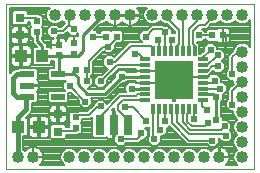
<source format=gtl>
G75*
G70*
%OFA0B0*%
%FSLAX24Y24*%
%IPPOS*%
%LPD*%
%AMOC8*
5,1,8,0,0,1.08239X$1,22.5*
%
%ADD10C,0.0000*%
%ADD11R,0.0320X0.0120*%
%ADD12R,0.0120X0.0320*%
%ADD13R,0.1280X0.1280*%
%ADD14R,0.0197X0.0236*%
%ADD15R,0.0236X0.0197*%
%ADD16R,0.0472X0.0217*%
%ADD17R,0.0413X0.0425*%
%ADD18R,0.0276X0.0669*%
%ADD19R,0.0315X0.0315*%
%ADD20C,0.0400*%
%ADD21C,0.0100*%
%ADD22C,0.0160*%
%ADD23C,0.0120*%
%ADD24C,0.0240*%
%ADD25C,0.0080*%
%ADD26C,0.0060*%
D10*
X000383Y000420D02*
X000383Y005931D01*
X008650Y005931D01*
X008650Y000420D01*
X000383Y000420D01*
D11*
X005003Y002702D03*
X005003Y002902D03*
X005003Y003092D03*
X005003Y003292D03*
X005003Y003492D03*
X005003Y003692D03*
X005003Y003882D03*
X005003Y004082D03*
X006943Y004082D03*
X006943Y003882D03*
X006943Y003692D03*
X006943Y003492D03*
X006943Y003292D03*
X006943Y003092D03*
X006943Y002902D03*
X006943Y002702D03*
D12*
X006663Y002422D03*
X006463Y002422D03*
X006273Y002422D03*
X006073Y002422D03*
X005873Y002422D03*
X005673Y002422D03*
X005483Y002422D03*
X005283Y002422D03*
X005283Y004362D03*
X005483Y004362D03*
X005673Y004362D03*
X005873Y004362D03*
X006073Y004362D03*
X006273Y004362D03*
X006463Y004362D03*
X006663Y004362D03*
D13*
X005973Y003392D03*
D14*
X004064Y004829D03*
X003709Y004829D03*
X003080Y003727D03*
X002725Y003727D03*
X007253Y004868D03*
X007607Y004868D03*
D15*
X002646Y004613D03*
X002646Y004258D03*
X002135Y004199D03*
X002135Y004553D03*
X001406Y004987D03*
X001406Y005341D03*
X002706Y002132D03*
X002706Y001778D03*
D16*
X002115Y002821D03*
X001091Y002821D03*
X001091Y003195D03*
X001091Y003569D03*
X002115Y003569D03*
D17*
X001574Y004179D03*
X000885Y004179D03*
X000786Y001817D03*
X001475Y001817D03*
D18*
X003493Y001896D03*
X003965Y001896D03*
X004438Y001896D03*
D19*
X002115Y001660D03*
X002115Y002250D03*
X000835Y004868D03*
X000835Y005459D03*
D20*
X002007Y005538D03*
X002507Y005538D03*
X003007Y005538D03*
X003507Y005538D03*
X004007Y005538D03*
X004507Y005538D03*
X005257Y005538D03*
X005757Y005538D03*
X006257Y005538D03*
X006757Y005538D03*
X007257Y005538D03*
X007757Y005538D03*
X008257Y005538D03*
X008257Y004313D03*
X008257Y003813D03*
X008257Y003313D03*
X008257Y002813D03*
X008257Y002313D03*
X008257Y001813D03*
X008257Y001313D03*
X008257Y000813D03*
X007489Y000813D03*
X006989Y000813D03*
X006489Y000813D03*
X005989Y000813D03*
X005489Y000813D03*
X004989Y000813D03*
X004489Y000813D03*
X003989Y000813D03*
X003489Y000813D03*
X002989Y000813D03*
X002489Y000813D03*
X001282Y000813D03*
X000782Y000813D03*
D21*
X003080Y002920D02*
X002765Y003235D01*
X002765Y003471D01*
X002646Y003589D01*
X002646Y003589D01*
X002135Y003589D01*
X002135Y004101D01*
X002135Y004199D01*
X002135Y004179D01*
X002194Y004179D01*
X002587Y004179D01*
X002646Y004258D01*
X002607Y004179D01*
X002765Y004179D01*
X002942Y004357D01*
X002942Y004888D01*
X003493Y005439D01*
X003493Y005538D01*
X003507Y005538D01*
X001583Y004514D02*
X001583Y004199D01*
X001574Y004179D01*
X001662Y004179D01*
X002135Y004179D01*
X002587Y004179D02*
X002607Y004179D01*
X001583Y004514D02*
X001426Y004672D01*
X001426Y004908D01*
X001406Y004928D01*
X001406Y004987D01*
X003670Y002920D02*
X004241Y003490D01*
X004989Y003490D01*
X005003Y003492D01*
X005028Y003097D02*
X004576Y003097D01*
X005003Y003092D02*
X005028Y003097D01*
X003670Y002920D02*
X003080Y002920D01*
X006879Y002900D02*
X007292Y002900D01*
X007391Y002802D01*
X007391Y002034D01*
D22*
X002194Y004179D02*
X002135Y004199D01*
X002135Y003589D02*
X002115Y003569D01*
X001091Y003569D02*
X000737Y003569D01*
X000619Y003451D01*
X000619Y002939D01*
X000737Y002821D01*
X001091Y002821D01*
X001052Y002782D01*
X001052Y002408D01*
X000786Y002142D01*
X000786Y001817D01*
X000776Y001798D01*
X000776Y000813D01*
X000782Y000813D01*
D23*
X002646Y003589D02*
X002646Y003648D01*
X002725Y003727D01*
X002646Y003589D01*
X006879Y002900D02*
X006943Y002902D01*
D24*
X007391Y002802D03*
X007509Y003097D03*
X007332Y003353D03*
X007922Y003569D03*
X007450Y003845D03*
X007450Y004199D03*
X007194Y004396D03*
X006820Y004868D03*
X005914Y004731D03*
X005678Y004967D03*
X005442Y004731D03*
X005028Y004829D03*
X004674Y004258D03*
X003828Y003983D03*
X004241Y003490D03*
X004576Y003097D03*
X003532Y003333D03*
X003060Y003333D03*
X002509Y003176D03*
X003020Y002664D03*
X003532Y002506D03*
X004359Y002467D03*
X005048Y002014D03*
X005520Y001719D03*
X005678Y002014D03*
X004891Y001601D03*
X005324Y001404D03*
X004202Y001404D03*
X006643Y002093D03*
X007095Y001935D03*
X007391Y002034D03*
X007666Y001837D03*
X007706Y001522D03*
X007253Y001365D03*
X007076Y002368D03*
X007922Y002565D03*
X003788Y004494D03*
X003276Y004829D03*
X002627Y005085D03*
X001977Y005006D03*
D25*
X001757Y004973D02*
X001624Y004973D01*
X001624Y004894D02*
X001778Y004894D01*
X001757Y004915D02*
X001886Y004786D01*
X001977Y004786D01*
X001962Y004782D01*
X001931Y004764D01*
X001905Y004738D01*
X001886Y004706D01*
X001877Y004670D01*
X001877Y004563D01*
X002125Y004563D01*
X002125Y004544D01*
X001877Y004544D01*
X001877Y004437D01*
X001822Y004492D01*
X001733Y004492D01*
X001733Y004576D01*
X001646Y004664D01*
X001576Y004734D01*
X001576Y004798D01*
X001624Y004847D01*
X001624Y005126D01*
X001587Y005164D01*
X001624Y005201D01*
X001624Y005481D01*
X001566Y005539D01*
X001508Y005539D01*
X001493Y005553D01*
X001457Y005590D01*
X001454Y005590D01*
X001453Y005591D01*
X001401Y005590D01*
X001093Y005590D01*
X001093Y005658D01*
X001034Y005716D01*
X000637Y005716D01*
X000578Y005658D01*
X000578Y005260D01*
X000637Y005202D01*
X001034Y005202D01*
X001093Y005260D01*
X001093Y005330D01*
X001188Y005330D01*
X001188Y005201D01*
X001226Y005164D01*
X001188Y005126D01*
X001188Y004847D01*
X001247Y004788D01*
X001276Y004788D01*
X001276Y004609D01*
X001364Y004522D01*
X001393Y004492D01*
X001326Y004492D01*
X001267Y004433D01*
X001267Y003925D01*
X001326Y003867D01*
X001822Y003867D01*
X001880Y003925D01*
X001880Y004029D01*
X001946Y004029D01*
X001975Y004001D01*
X001985Y004001D01*
X001985Y003778D01*
X001837Y003778D01*
X001779Y003719D01*
X001779Y003420D01*
X001837Y003361D01*
X002383Y003361D01*
X002289Y003267D01*
X002289Y003084D01*
X002344Y003029D01*
X001837Y003029D01*
X001779Y002971D01*
X001779Y002672D01*
X001837Y002613D01*
X002393Y002613D01*
X002451Y002672D01*
X002451Y002956D01*
X002545Y002956D01*
X002800Y002700D01*
X002800Y002573D01*
X002929Y002444D01*
X003112Y002444D01*
X003240Y002573D01*
X003240Y002755D01*
X003226Y002770D01*
X003732Y002770D01*
X003820Y002857D01*
X004233Y003270D01*
X004332Y003270D01*
X004402Y003340D01*
X004703Y003340D01*
X004703Y003292D01*
X004703Y003280D01*
X004667Y003317D01*
X004484Y003317D01*
X004356Y003188D01*
X004356Y003006D01*
X004390Y002971D01*
X004128Y002971D01*
X004117Y002960D01*
X003752Y002595D01*
X003752Y002597D01*
X003623Y002726D01*
X003441Y002726D01*
X003312Y002597D01*
X003312Y002569D01*
X003304Y002560D01*
X003264Y002521D01*
X003264Y002521D01*
X003085Y002341D01*
X002861Y002341D01*
X002826Y002351D01*
X002809Y002341D01*
X002789Y002341D01*
X002779Y002331D01*
X002546Y002331D01*
X002487Y002272D01*
X002487Y001992D01*
X002525Y001955D01*
X002487Y001918D01*
X002487Y001810D01*
X002372Y001810D01*
X002372Y001859D01*
X002314Y001917D01*
X001916Y001917D01*
X001857Y001859D01*
X001857Y001461D01*
X001916Y001402D01*
X002314Y001402D01*
X002372Y001461D01*
X002372Y001550D01*
X002652Y001550D01*
X002652Y001549D01*
X002706Y001550D01*
X002760Y001550D01*
X002790Y001579D01*
X002865Y001579D01*
X002924Y001638D01*
X002924Y001918D01*
X002886Y001955D01*
X002924Y001992D01*
X002924Y002081D01*
X003192Y002081D01*
X003255Y002144D01*
X003255Y001520D01*
X003314Y001461D01*
X003672Y001461D01*
X003705Y001494D01*
X003716Y001475D01*
X003742Y001449D01*
X003774Y001431D01*
X003809Y001421D01*
X003936Y001421D01*
X003936Y001867D01*
X003994Y001867D01*
X003994Y001508D01*
X003982Y001495D01*
X003982Y001313D01*
X004110Y001184D01*
X004293Y001184D01*
X004383Y001274D01*
X004807Y001274D01*
X004859Y001327D01*
X004883Y001350D01*
X004913Y001381D01*
X004982Y001381D01*
X005111Y001510D01*
X005111Y001692D01*
X005008Y001794D01*
X005139Y001794D01*
X005154Y001809D01*
X005154Y001546D01*
X005104Y001495D01*
X005104Y001313D01*
X005232Y001184D01*
X005415Y001184D01*
X005544Y001313D01*
X005544Y001495D01*
X005540Y001499D01*
X005612Y001499D01*
X005740Y001628D01*
X005740Y001794D01*
X005769Y001794D01*
X005820Y001845D01*
X006355Y001311D01*
X006355Y001311D01*
X006426Y001239D01*
X006431Y001235D01*
X007072Y001235D01*
X007162Y001145D01*
X007344Y001145D01*
X007473Y001273D01*
X007473Y001451D01*
X007486Y001451D01*
X007486Y001431D01*
X007614Y001302D01*
X007797Y001302D01*
X007926Y001431D01*
X007926Y001613D01*
X007839Y001699D01*
X007886Y001746D01*
X007886Y001928D01*
X007757Y002057D01*
X007611Y002057D01*
X007611Y002125D01*
X007541Y002195D01*
X007541Y002640D01*
X007611Y002710D01*
X007611Y002888D01*
X007729Y003006D01*
X007729Y003188D01*
X007600Y003317D01*
X007551Y003317D01*
X007551Y003444D01*
X007423Y003573D01*
X007243Y003573D01*
X007234Y003606D01*
X007221Y003629D01*
X007225Y003633D01*
X007288Y003696D01*
X007358Y003625D01*
X007541Y003625D01*
X007670Y003754D01*
X007670Y003936D01*
X007584Y004022D01*
X007670Y004108D01*
X007670Y004290D01*
X007541Y004419D01*
X007414Y004419D01*
X007414Y004487D01*
X007285Y004616D01*
X007103Y004616D01*
X006974Y004487D01*
X006974Y004360D01*
X006856Y004242D01*
X006823Y004242D01*
X006823Y004563D01*
X006765Y004622D01*
X006738Y004622D01*
X006733Y004627D01*
X006733Y004648D01*
X006911Y004648D01*
X007001Y004738D01*
X007054Y004738D01*
X007054Y004709D01*
X007113Y004650D01*
X007393Y004650D01*
X007402Y004659D01*
X007401Y004659D01*
X007402Y004659D02*
X007423Y004638D01*
X007455Y004620D01*
X007490Y004610D01*
X007598Y004610D01*
X007598Y004859D01*
X007616Y004859D01*
X007616Y004610D01*
X007724Y004610D01*
X007760Y004620D01*
X007791Y004638D01*
X007818Y004664D01*
X007836Y004696D01*
X007845Y004732D01*
X007845Y004859D01*
X007616Y004859D01*
X007616Y004878D01*
X007598Y004878D01*
X007598Y005127D01*
X007490Y005127D01*
X007455Y005117D01*
X007423Y005099D01*
X007402Y005078D01*
X007393Y005087D01*
X007113Y005087D01*
X007054Y005028D01*
X007054Y004998D01*
X007001Y004998D01*
X006926Y005073D01*
X007051Y005073D01*
X007102Y005124D01*
X007215Y005238D01*
X007316Y005238D01*
X007427Y005283D01*
X007507Y005363D01*
X007587Y005283D01*
X007697Y005238D01*
X007816Y005238D01*
X007927Y005283D01*
X008007Y005363D01*
X008087Y005283D01*
X008197Y005238D01*
X008316Y005238D01*
X008427Y005283D01*
X008510Y005367D01*
X008510Y004484D01*
X008427Y004568D01*
X008316Y004613D01*
X008197Y004613D01*
X008087Y004568D01*
X008002Y004483D01*
X007957Y004373D01*
X007957Y004359D01*
X007950Y004351D01*
X007792Y004194D01*
X007792Y003750D01*
X007702Y003660D01*
X007702Y003478D01*
X007831Y003349D01*
X007957Y003349D01*
X007957Y003254D01*
X007962Y003242D01*
X007792Y003072D01*
X007792Y002746D01*
X007702Y002656D01*
X007702Y002474D01*
X007831Y002345D01*
X007957Y002345D01*
X007957Y002254D01*
X008002Y002143D01*
X008082Y002063D01*
X008002Y001983D01*
X007957Y001873D01*
X007957Y001754D01*
X007886Y001754D01*
X007957Y001754D02*
X008002Y001643D01*
X008082Y001563D01*
X008002Y001483D01*
X007957Y001373D01*
X007957Y001254D01*
X008002Y001143D01*
X008082Y001063D01*
X008002Y000983D01*
X007957Y000873D01*
X007957Y000754D01*
X008002Y000643D01*
X008086Y000560D01*
X007716Y000560D01*
X007753Y000597D01*
X007790Y000652D01*
X007816Y000714D01*
X007829Y000780D01*
X007829Y000803D01*
X007499Y000803D01*
X007499Y000823D01*
X007829Y000823D01*
X007829Y000847D01*
X007816Y000913D01*
X007790Y000974D01*
X007753Y001030D01*
X007706Y001077D01*
X007650Y001115D01*
X007588Y001140D01*
X007522Y001153D01*
X007499Y001153D01*
X007499Y000823D01*
X007479Y000823D01*
X007479Y001153D01*
X007455Y001153D01*
X007390Y001140D01*
X007328Y001115D01*
X007272Y001077D01*
X007225Y001030D01*
X007214Y001013D01*
X007159Y001068D01*
X007049Y001113D01*
X006929Y001113D01*
X006819Y001068D01*
X006739Y000988D01*
X006659Y001068D01*
X006549Y001113D01*
X006429Y001113D01*
X006319Y001068D01*
X006239Y000988D01*
X006159Y001068D01*
X006049Y001113D01*
X005929Y001113D01*
X005819Y001068D01*
X005739Y000988D01*
X005659Y001068D01*
X005549Y001113D01*
X005429Y001113D01*
X005319Y001068D01*
X005239Y000988D01*
X005159Y001068D01*
X005049Y001113D01*
X004929Y001113D01*
X004819Y001068D01*
X004739Y000988D01*
X004659Y001068D01*
X004549Y001113D01*
X004429Y001113D01*
X004319Y001068D01*
X004239Y000988D01*
X004159Y001068D01*
X004049Y001113D01*
X003929Y001113D01*
X003819Y001068D01*
X003739Y000988D01*
X003659Y001068D01*
X003549Y001113D01*
X003429Y001113D01*
X003319Y001068D01*
X003239Y000988D01*
X003159Y001068D01*
X003049Y001113D01*
X002929Y001113D01*
X002819Y001068D01*
X002739Y000988D01*
X002659Y001068D01*
X002549Y001113D01*
X002429Y001113D01*
X002319Y001068D01*
X002235Y000983D01*
X002189Y000873D01*
X002189Y000754D01*
X002235Y000643D01*
X002318Y000560D01*
X001509Y000560D01*
X001546Y000597D01*
X001584Y000652D01*
X001609Y000714D01*
X001622Y000780D01*
X001622Y000803D01*
X001292Y000803D01*
X001292Y000823D01*
X001622Y000823D01*
X001622Y000847D01*
X001609Y000913D01*
X001584Y000974D01*
X001546Y001030D01*
X001499Y001077D01*
X001443Y001115D01*
X001381Y001140D01*
X001316Y001153D01*
X001292Y001153D01*
X001292Y000823D01*
X001272Y000823D01*
X001272Y001153D01*
X001249Y001153D01*
X001183Y001140D01*
X001121Y001115D01*
X001066Y001077D01*
X001018Y001030D01*
X001007Y001013D01*
X000956Y001064D01*
X000956Y001505D01*
X001034Y001505D01*
X001093Y001563D01*
X001093Y002071D01*
X001034Y002130D01*
X001029Y002130D01*
X001127Y002228D01*
X001232Y002333D01*
X001232Y002613D01*
X001369Y002613D01*
X001428Y002672D01*
X001428Y002971D01*
X001418Y002980D01*
X001440Y003001D01*
X001458Y003033D01*
X001468Y003069D01*
X001468Y003181D01*
X001105Y003181D01*
X001105Y003209D01*
X001468Y003209D01*
X001468Y003322D01*
X001458Y003358D01*
X001440Y003389D01*
X001418Y003411D01*
X001428Y003420D01*
X001428Y003719D01*
X001369Y003778D01*
X000814Y003778D01*
X000785Y003749D01*
X000662Y003749D01*
X000557Y003644D01*
X000544Y003631D01*
X000523Y003609D01*
X000523Y005791D01*
X001836Y005791D01*
X001752Y005708D01*
X001707Y005597D01*
X001707Y005478D01*
X001752Y005368D01*
X001837Y005283D01*
X001947Y005238D01*
X002066Y005238D01*
X002177Y005283D01*
X002257Y005363D01*
X002337Y005283D01*
X002357Y005275D01*
X002219Y005136D01*
X002158Y005136D01*
X002068Y005226D01*
X001886Y005226D01*
X001757Y005097D01*
X001757Y004915D01*
X001857Y004816D02*
X001593Y004816D01*
X001576Y004737D02*
X001904Y004737D01*
X001877Y004659D02*
X001651Y004659D01*
X001730Y004580D02*
X001877Y004580D01*
X001877Y004502D02*
X001733Y004502D01*
X001384Y004502D02*
X001180Y004502D01*
X001177Y004504D02*
X001145Y004523D01*
X001110Y004532D01*
X000925Y004532D01*
X000925Y004219D01*
X001231Y004219D01*
X001231Y004411D01*
X001222Y004446D01*
X001203Y004478D01*
X001177Y004504D01*
X001079Y004599D02*
X001105Y004625D01*
X001123Y004657D01*
X001133Y004693D01*
X001133Y004830D01*
X000874Y004830D01*
X000874Y004907D01*
X000797Y004907D01*
X000797Y005166D01*
X000660Y005166D01*
X000624Y005156D01*
X000592Y005138D01*
X000566Y005112D01*
X000547Y005080D01*
X000538Y005044D01*
X000538Y004907D01*
X000797Y004907D01*
X000797Y004830D01*
X000538Y004830D01*
X000538Y004693D01*
X000547Y004657D01*
X000566Y004625D01*
X000592Y004599D01*
X000624Y004581D01*
X000660Y004571D01*
X000797Y004571D01*
X000797Y004830D01*
X000874Y004830D01*
X000874Y004571D01*
X001011Y004571D01*
X001047Y004581D01*
X001079Y004599D01*
X001046Y004580D02*
X001305Y004580D01*
X001276Y004659D02*
X001124Y004659D01*
X001133Y004737D02*
X001276Y004737D01*
X001219Y004816D02*
X001133Y004816D01*
X001133Y004907D02*
X001133Y005044D01*
X001123Y005080D01*
X001105Y005112D01*
X001079Y005138D01*
X001047Y005156D01*
X001011Y005166D01*
X000874Y005166D01*
X000874Y004907D01*
X001133Y004907D01*
X001188Y004894D02*
X000874Y004894D01*
X000797Y004894D02*
X000523Y004894D01*
X000523Y004816D02*
X000538Y004816D01*
X000538Y004737D02*
X000523Y004737D01*
X000523Y004659D02*
X000547Y004659D01*
X000523Y004580D02*
X000625Y004580D01*
X000624Y004523D02*
X000592Y004504D01*
X000566Y004478D01*
X000548Y004446D01*
X000538Y004411D01*
X000538Y004219D01*
X000845Y004219D01*
X000845Y004139D01*
X000925Y004139D01*
X000925Y004219D01*
X000845Y004219D01*
X000845Y004532D01*
X000660Y004532D01*
X000624Y004523D01*
X000590Y004502D02*
X000523Y004502D01*
X000523Y004423D02*
X000541Y004423D01*
X000538Y004345D02*
X000523Y004345D01*
X000523Y004266D02*
X000538Y004266D01*
X000523Y004188D02*
X000845Y004188D01*
X000845Y004139D02*
X000538Y004139D01*
X000538Y003948D01*
X000548Y003913D01*
X000566Y003881D01*
X000592Y003855D01*
X000624Y003836D01*
X000660Y003827D01*
X000845Y003827D01*
X000845Y004139D01*
X000845Y004109D02*
X000925Y004109D01*
X000925Y004139D02*
X000925Y003827D01*
X001110Y003827D01*
X001145Y003836D01*
X001177Y003855D01*
X001203Y003881D01*
X001222Y003913D01*
X001231Y003948D01*
X001231Y004139D01*
X000925Y004139D01*
X000925Y004188D02*
X001267Y004188D01*
X001267Y004109D02*
X001231Y004109D01*
X001231Y004031D02*
X001267Y004031D01*
X001267Y003952D02*
X001231Y003952D01*
X001196Y003874D02*
X001319Y003874D01*
X001428Y003717D02*
X001779Y003717D01*
X001779Y003638D02*
X001428Y003638D01*
X001428Y003560D02*
X001779Y003560D01*
X001779Y003481D02*
X001428Y003481D01*
X001426Y003403D02*
X001796Y003403D01*
X001467Y003324D02*
X002346Y003324D01*
X002289Y003246D02*
X001468Y003246D01*
X001468Y003167D02*
X002289Y003167D01*
X002289Y003089D02*
X001468Y003089D01*
X001445Y003010D02*
X001818Y003010D01*
X001779Y002932D02*
X001428Y002932D01*
X001428Y002853D02*
X001779Y002853D01*
X001779Y002775D02*
X001428Y002775D01*
X001428Y002696D02*
X001779Y002696D01*
X001833Y002618D02*
X001374Y002618D01*
X001232Y002539D02*
X001907Y002539D01*
X001903Y002538D02*
X001872Y002520D01*
X001845Y002494D01*
X001827Y002462D01*
X001817Y002426D01*
X001817Y002289D01*
X002076Y002289D01*
X002076Y002212D01*
X001817Y002212D01*
X001817Y002074D01*
X001827Y002039D01*
X001845Y002007D01*
X001872Y001981D01*
X001903Y001962D01*
X001939Y001953D01*
X002076Y001953D01*
X002076Y002212D01*
X002154Y002212D01*
X002154Y002289D01*
X002412Y002289D01*
X002412Y002426D01*
X002403Y002462D01*
X002384Y002494D01*
X002358Y002520D01*
X002326Y002538D01*
X002291Y002548D01*
X002154Y002548D01*
X002154Y002289D01*
X002076Y002289D01*
X002076Y002548D01*
X001939Y002548D01*
X001903Y002538D01*
X001827Y002461D02*
X001232Y002461D01*
X001232Y002382D02*
X001817Y002382D01*
X001817Y002304D02*
X001202Y002304D01*
X001124Y002225D02*
X002076Y002225D01*
X002154Y002225D02*
X002487Y002225D01*
X002412Y002212D02*
X002154Y002212D01*
X002154Y001953D01*
X002291Y001953D01*
X002326Y001962D01*
X002358Y001981D01*
X002384Y002007D01*
X002403Y002039D01*
X002412Y002074D01*
X002412Y002212D01*
X002412Y002147D02*
X002487Y002147D01*
X002487Y002068D02*
X002411Y002068D01*
X002367Y001990D02*
X002490Y001990D01*
X002487Y001911D02*
X002320Y001911D01*
X002372Y001833D02*
X002487Y001833D01*
X002154Y001990D02*
X002076Y001990D01*
X002076Y002068D02*
X002154Y002068D01*
X002154Y002147D02*
X002076Y002147D01*
X002076Y002304D02*
X002154Y002304D01*
X002154Y002382D02*
X002076Y002382D01*
X002076Y002461D02*
X002154Y002461D01*
X002154Y002539D02*
X002076Y002539D01*
X002323Y002539D02*
X002834Y002539D01*
X002912Y002461D02*
X002403Y002461D01*
X002412Y002382D02*
X003126Y002382D01*
X003129Y002461D02*
X003204Y002461D01*
X003207Y002539D02*
X003283Y002539D01*
X003240Y002618D02*
X003333Y002618D01*
X003411Y002696D02*
X003240Y002696D01*
X003654Y002696D02*
X003853Y002696D01*
X003775Y002618D02*
X003732Y002618D01*
X003737Y002775D02*
X003932Y002775D01*
X004010Y002853D02*
X003816Y002853D01*
X003894Y002932D02*
X004089Y002932D01*
X003973Y003010D02*
X004356Y003010D01*
X004356Y003089D02*
X004051Y003089D01*
X004130Y003167D02*
X004356Y003167D01*
X004413Y003246D02*
X004208Y003246D01*
X004386Y003324D02*
X004703Y003324D01*
X004703Y003292D02*
X005003Y003292D01*
X004703Y003292D01*
X005003Y003292D02*
X005003Y003292D01*
X004703Y003640D02*
X004402Y003640D01*
X004332Y003710D01*
X004150Y003710D01*
X004021Y003582D01*
X004021Y003483D01*
X003608Y003070D01*
X003142Y003070D01*
X003098Y003113D01*
X003151Y003113D01*
X003280Y003242D01*
X003280Y003424D01*
X003195Y003509D01*
X003219Y003509D01*
X003278Y003567D01*
X003278Y003668D01*
X003279Y003669D01*
X003279Y003785D01*
X003278Y003785D01*
X003278Y003886D01*
X003269Y003896D01*
X003269Y003968D01*
X003636Y004336D01*
X003697Y004274D01*
X003879Y004274D01*
X004008Y004403D01*
X004008Y004531D01*
X004089Y004611D01*
X004204Y004611D01*
X004262Y004670D01*
X004262Y004989D01*
X004204Y005047D01*
X003924Y005047D01*
X003887Y005010D01*
X003849Y005047D01*
X003570Y005047D01*
X003511Y004989D01*
X003511Y004959D01*
X003458Y004959D01*
X003368Y005049D01*
X003315Y005049D01*
X003503Y005238D01*
X003566Y005238D01*
X003677Y005283D01*
X003731Y005338D01*
X003743Y005321D01*
X003790Y005274D01*
X003846Y005236D01*
X003908Y005211D01*
X003973Y005198D01*
X003997Y005198D01*
X003997Y005528D01*
X004017Y005528D01*
X004017Y005548D01*
X004497Y005548D01*
X004497Y005528D01*
X004517Y005528D01*
X004517Y005548D01*
X004847Y005548D01*
X004847Y005571D01*
X004834Y005637D01*
X004808Y005699D01*
X004771Y005754D01*
X004734Y005791D01*
X005086Y005791D01*
X005002Y005708D01*
X004957Y005597D01*
X004957Y005478D01*
X005002Y005368D01*
X005087Y005283D01*
X005197Y005238D01*
X005316Y005238D01*
X005427Y005283D01*
X005507Y005363D01*
X005587Y005283D01*
X005697Y005238D01*
X005755Y005238D01*
X006001Y004992D01*
X006001Y004951D01*
X005898Y004951D01*
X005898Y005058D01*
X005769Y005187D01*
X005642Y005187D01*
X005614Y005215D01*
X005230Y005215D01*
X005064Y005049D01*
X004937Y005049D01*
X004808Y004920D01*
X004808Y004738D01*
X004902Y004644D01*
X004482Y004644D01*
X004447Y004609D01*
X003980Y004142D01*
X003919Y004203D01*
X003736Y004203D01*
X003608Y004074D01*
X003608Y003891D01*
X003736Y003763D01*
X003778Y003763D01*
X003568Y003553D01*
X003441Y003553D01*
X003312Y003424D01*
X003312Y003242D01*
X003441Y003113D01*
X003623Y003113D01*
X003752Y003242D01*
X003752Y003369D01*
X004137Y003754D01*
X004703Y003754D01*
X004703Y003692D01*
X004703Y003640D01*
X004703Y003692D02*
X005003Y003692D01*
X005003Y003692D01*
X004703Y003692D01*
X004703Y003717D02*
X004100Y003717D01*
X004077Y003638D02*
X004021Y003638D01*
X004021Y003560D02*
X003943Y003560D01*
X004019Y003481D02*
X003864Y003481D01*
X003941Y003403D02*
X003786Y003403D01*
X003752Y003324D02*
X003862Y003324D01*
X003784Y003246D02*
X003752Y003246D01*
X003705Y003167D02*
X003678Y003167D01*
X003627Y003089D02*
X003123Y003089D01*
X003205Y003167D02*
X003387Y003167D01*
X003312Y003246D02*
X003280Y003246D01*
X003280Y003324D02*
X003312Y003324D01*
X003312Y003403D02*
X003280Y003403D01*
X003223Y003481D02*
X003369Y003481D01*
X003270Y003560D02*
X003575Y003560D01*
X003654Y003638D02*
X003278Y003638D01*
X003279Y003717D02*
X003732Y003717D01*
X003704Y003795D02*
X003278Y003795D01*
X003278Y003874D02*
X003625Y003874D01*
X003608Y003952D02*
X003269Y003952D01*
X003331Y004031D02*
X003608Y004031D01*
X003643Y004109D02*
X003410Y004109D01*
X003488Y004188D02*
X003721Y004188D01*
X003567Y004266D02*
X004104Y004266D01*
X004183Y004345D02*
X003950Y004345D01*
X004008Y004423D02*
X004261Y004423D01*
X004340Y004502D02*
X004008Y004502D01*
X004058Y004580D02*
X004418Y004580D01*
X004251Y004659D02*
X004888Y004659D01*
X004809Y004737D02*
X004262Y004737D01*
X004262Y004816D02*
X004808Y004816D01*
X004808Y004894D02*
X004262Y004894D01*
X004262Y004973D02*
X004861Y004973D01*
X005067Y005051D02*
X003317Y005051D01*
X003395Y005130D02*
X005145Y005130D01*
X005224Y005208D02*
X004592Y005208D01*
X004606Y005211D02*
X004668Y005236D01*
X004723Y005274D01*
X004771Y005321D01*
X004808Y005377D01*
X004834Y005439D01*
X004847Y005504D01*
X004847Y005528D01*
X004517Y005528D01*
X004517Y005198D01*
X004540Y005198D01*
X004606Y005211D01*
X004517Y005208D02*
X004497Y005208D01*
X004497Y005198D02*
X004497Y005528D01*
X004167Y005528D01*
X004017Y005528D01*
X004017Y005198D01*
X004040Y005198D01*
X004106Y005211D01*
X004168Y005236D01*
X004223Y005274D01*
X004257Y005307D01*
X004290Y005274D01*
X004346Y005236D01*
X004408Y005211D01*
X004473Y005198D01*
X004497Y005198D01*
X004421Y005208D02*
X004092Y005208D01*
X004017Y005208D02*
X003997Y005208D01*
X003921Y005208D02*
X003474Y005208D01*
X003680Y005287D02*
X003777Y005287D01*
X003997Y005287D02*
X004017Y005287D01*
X004017Y005365D02*
X003997Y005365D01*
X003997Y005444D02*
X004017Y005444D01*
X004017Y005522D02*
X003997Y005522D01*
X004236Y005287D02*
X004277Y005287D01*
X004497Y005287D02*
X004517Y005287D01*
X004517Y005365D02*
X004497Y005365D01*
X004497Y005444D02*
X004517Y005444D01*
X004517Y005522D02*
X004497Y005522D01*
X004736Y005287D02*
X005084Y005287D01*
X005005Y005365D02*
X004800Y005365D01*
X004835Y005444D02*
X004971Y005444D01*
X004957Y005522D02*
X004847Y005522D01*
X004841Y005601D02*
X004958Y005601D01*
X004991Y005679D02*
X004816Y005679D01*
X004768Y005758D02*
X005052Y005758D01*
X005430Y005287D02*
X005584Y005287D01*
X005621Y005208D02*
X005784Y005208D01*
X005826Y005130D02*
X005863Y005130D01*
X005898Y005051D02*
X005941Y005051D01*
X005898Y004973D02*
X006001Y004973D01*
X006807Y004580D02*
X007067Y004580D01*
X007105Y004659D02*
X006921Y004659D01*
X007000Y004737D02*
X007054Y004737D01*
X007321Y004580D02*
X008117Y004580D01*
X008021Y004502D02*
X007399Y004502D01*
X007414Y004423D02*
X007977Y004423D01*
X007943Y004345D02*
X007615Y004345D01*
X007670Y004266D02*
X007864Y004266D01*
X007792Y004188D02*
X007670Y004188D01*
X007670Y004109D02*
X007792Y004109D01*
X007792Y004031D02*
X007592Y004031D01*
X007653Y003952D02*
X007792Y003952D01*
X007792Y003874D02*
X007670Y003874D01*
X007670Y003795D02*
X007792Y003795D01*
X007758Y003717D02*
X007633Y003717D01*
X007702Y003638D02*
X007554Y003638D01*
X007436Y003560D02*
X007702Y003560D01*
X007702Y003481D02*
X007514Y003481D01*
X007551Y003403D02*
X007778Y003403D01*
X007957Y003324D02*
X007551Y003324D01*
X007671Y003246D02*
X007960Y003246D01*
X007887Y003167D02*
X007729Y003167D01*
X007729Y003089D02*
X007809Y003089D01*
X007792Y003010D02*
X007729Y003010D01*
X007792Y002932D02*
X007655Y002932D01*
X007611Y002853D02*
X007792Y002853D01*
X007792Y002775D02*
X007611Y002775D01*
X007596Y002696D02*
X007742Y002696D01*
X007702Y002618D02*
X007541Y002618D01*
X007541Y002539D02*
X007702Y002539D01*
X007716Y002461D02*
X007541Y002461D01*
X007541Y002382D02*
X007794Y002382D01*
X007957Y002304D02*
X007541Y002304D01*
X007541Y002225D02*
X007969Y002225D01*
X008001Y002147D02*
X007589Y002147D01*
X007611Y002068D02*
X008078Y002068D01*
X008009Y001990D02*
X007825Y001990D01*
X007886Y001911D02*
X007972Y001911D01*
X007957Y001833D02*
X007886Y001833D01*
X007863Y001676D02*
X007989Y001676D01*
X008049Y001597D02*
X007926Y001597D01*
X007926Y001519D02*
X008038Y001519D01*
X007985Y001440D02*
X007926Y001440D01*
X007957Y001362D02*
X007856Y001362D01*
X007957Y001283D02*
X007473Y001283D01*
X007473Y001362D02*
X007555Y001362D01*
X007486Y001440D02*
X007473Y001440D01*
X007404Y001205D02*
X007977Y001205D01*
X008020Y001126D02*
X007622Y001126D01*
X007736Y001048D02*
X008067Y001048D01*
X007997Y000969D02*
X007792Y000969D01*
X007820Y000891D02*
X007964Y000891D01*
X007957Y000812D02*
X007499Y000812D01*
X007499Y000891D02*
X007479Y000891D01*
X007479Y000969D02*
X007499Y000969D01*
X007499Y001048D02*
X007479Y001048D01*
X007479Y001126D02*
X007499Y001126D01*
X007356Y001126D02*
X001416Y001126D01*
X001529Y001048D02*
X002299Y001048D01*
X002229Y000969D02*
X001586Y000969D01*
X001614Y000891D02*
X002196Y000891D01*
X002189Y000812D02*
X001292Y000812D01*
X001292Y000891D02*
X001272Y000891D01*
X001272Y000969D02*
X001292Y000969D01*
X001292Y001048D02*
X001272Y001048D01*
X001272Y001126D02*
X001292Y001126D01*
X001149Y001126D02*
X000956Y001126D01*
X000956Y001205D02*
X004090Y001205D01*
X004011Y001283D02*
X000956Y001283D01*
X000956Y001362D02*
X003982Y001362D01*
X003982Y001440D02*
X003936Y001440D01*
X003936Y001519D02*
X003994Y001519D01*
X003994Y001597D02*
X003936Y001597D01*
X003936Y001676D02*
X003994Y001676D01*
X003994Y001754D02*
X003936Y001754D01*
X003936Y001833D02*
X003994Y001833D01*
X003994Y001925D02*
X003936Y001925D01*
X003936Y002371D01*
X003895Y002371D01*
X003973Y002448D01*
X003973Y002442D01*
X003973Y002334D01*
X003994Y002313D01*
X003994Y001925D01*
X003994Y001990D02*
X003936Y001990D01*
X003936Y002068D02*
X003994Y002068D01*
X003994Y002147D02*
X003936Y002147D01*
X003936Y002225D02*
X003994Y002225D01*
X003994Y002304D02*
X003936Y002304D01*
X003907Y002382D02*
X003973Y002382D01*
X003255Y002068D02*
X002924Y002068D01*
X002921Y001990D02*
X003255Y001990D01*
X003255Y001911D02*
X002924Y001911D01*
X002924Y001833D02*
X003255Y001833D01*
X003255Y001754D02*
X002924Y001754D01*
X002924Y001676D02*
X003255Y001676D01*
X003255Y001597D02*
X002883Y001597D01*
X002760Y001550D02*
X002760Y001550D01*
X002760Y001550D01*
X002372Y001519D02*
X003256Y001519D01*
X003758Y001440D02*
X002352Y001440D01*
X001878Y001440D02*
X000956Y001440D01*
X001048Y001519D02*
X001157Y001519D01*
X001156Y001519D02*
X001183Y001493D01*
X001214Y001474D01*
X001250Y001465D01*
X001435Y001465D01*
X001435Y001777D01*
X001515Y001777D01*
X001515Y001465D01*
X001700Y001465D01*
X001736Y001474D01*
X001768Y001493D01*
X001794Y001519D01*
X001812Y001551D01*
X001822Y001586D01*
X001822Y001777D01*
X001515Y001777D01*
X001515Y001857D01*
X001822Y001857D01*
X001822Y002048D01*
X001812Y002084D01*
X001794Y002116D01*
X001768Y002142D01*
X001736Y002160D01*
X001700Y002170D01*
X001515Y002170D01*
X001515Y001857D01*
X001435Y001857D01*
X001435Y001777D01*
X001129Y001777D01*
X001129Y001586D01*
X001138Y001551D01*
X001156Y001519D01*
X001129Y001597D02*
X001093Y001597D01*
X001093Y001676D02*
X001129Y001676D01*
X001129Y001754D02*
X001093Y001754D01*
X001093Y001833D02*
X001435Y001833D01*
X001435Y001857D02*
X001129Y001857D01*
X001129Y002048D01*
X001138Y002084D01*
X001156Y002116D01*
X001183Y002142D01*
X001214Y002160D01*
X001250Y002170D01*
X001435Y002170D01*
X001435Y001857D01*
X001435Y001911D02*
X001515Y001911D01*
X001515Y001833D02*
X001857Y001833D01*
X001822Y001911D02*
X001910Y001911D01*
X001863Y001990D02*
X001822Y001990D01*
X001817Y002068D02*
X001819Y002068D01*
X001817Y002147D02*
X001760Y002147D01*
X001515Y002147D02*
X001435Y002147D01*
X001435Y002068D02*
X001515Y002068D01*
X001515Y001990D02*
X001435Y001990D01*
X001191Y002147D02*
X001045Y002147D01*
X001093Y002068D02*
X001134Y002068D01*
X001129Y001990D02*
X001093Y001990D01*
X001093Y001911D02*
X001129Y001911D01*
X001435Y001754D02*
X001515Y001754D01*
X001515Y001676D02*
X001435Y001676D01*
X001435Y001597D02*
X001515Y001597D01*
X001515Y001519D02*
X001435Y001519D01*
X001794Y001519D02*
X001857Y001519D01*
X001857Y001597D02*
X001822Y001597D01*
X001822Y001676D02*
X001857Y001676D01*
X001857Y001754D02*
X001822Y001754D01*
X002412Y002304D02*
X002519Y002304D01*
X002397Y002618D02*
X002800Y002618D01*
X002800Y002696D02*
X002451Y002696D01*
X002451Y002775D02*
X002726Y002775D01*
X002647Y002853D02*
X002451Y002853D01*
X002451Y002932D02*
X002569Y002932D01*
X003080Y003727D02*
X003139Y003727D01*
X003934Y004188D02*
X004026Y004188D01*
X002792Y004849D02*
X002783Y004851D01*
X002656Y004851D01*
X002656Y004622D01*
X002637Y004622D01*
X002637Y004851D01*
X002510Y004851D01*
X002474Y004841D01*
X002442Y004823D01*
X002416Y004797D01*
X002398Y004765D01*
X002388Y004729D01*
X002388Y004687D01*
X002383Y004706D01*
X002365Y004738D01*
X002339Y004764D01*
X002307Y004782D01*
X002271Y004792D01*
X002144Y004792D01*
X002144Y004563D01*
X002125Y004563D01*
X002125Y004792D01*
X002074Y004792D01*
X002158Y004876D01*
X002219Y004876D01*
X002326Y004876D01*
X002425Y004975D01*
X002536Y004865D01*
X002718Y004865D01*
X002792Y004939D01*
X002792Y004849D01*
X002792Y004894D02*
X002747Y004894D01*
X002656Y004816D02*
X002637Y004816D01*
X002637Y004737D02*
X002656Y004737D01*
X002656Y004659D02*
X002637Y004659D01*
X002435Y004816D02*
X002098Y004816D01*
X002125Y004737D02*
X002144Y004737D01*
X002144Y004659D02*
X002125Y004659D01*
X002125Y004580D02*
X002144Y004580D01*
X002365Y004737D02*
X002390Y004737D01*
X002344Y004894D02*
X002506Y004894D01*
X002428Y004973D02*
X002423Y004973D01*
X002291Y005208D02*
X002086Y005208D01*
X002180Y005287D02*
X002334Y005287D01*
X001868Y005208D02*
X001624Y005208D01*
X001621Y005130D02*
X001789Y005130D01*
X001757Y005051D02*
X001624Y005051D01*
X001624Y005287D02*
X001834Y005287D01*
X001755Y005365D02*
X001624Y005365D01*
X001624Y005444D02*
X001721Y005444D01*
X001707Y005522D02*
X001583Y005522D01*
X001708Y005601D02*
X001093Y005601D01*
X001072Y005679D02*
X001741Y005679D01*
X001802Y005758D02*
X000523Y005758D01*
X000523Y005679D02*
X000599Y005679D01*
X000578Y005601D02*
X000523Y005601D01*
X000523Y005522D02*
X000578Y005522D01*
X000578Y005444D02*
X000523Y005444D01*
X000523Y005365D02*
X000578Y005365D01*
X000578Y005287D02*
X000523Y005287D01*
X000523Y005208D02*
X000630Y005208D01*
X000584Y005130D02*
X000523Y005130D01*
X000523Y005051D02*
X000540Y005051D01*
X000538Y004973D02*
X000523Y004973D01*
X000797Y004973D02*
X000874Y004973D01*
X000874Y005051D02*
X000797Y005051D01*
X000797Y005130D02*
X000874Y005130D01*
X001041Y005208D02*
X001188Y005208D01*
X001191Y005130D02*
X001087Y005130D01*
X001131Y005051D02*
X001188Y005051D01*
X001188Y004973D02*
X001133Y004973D01*
X000874Y004816D02*
X000797Y004816D01*
X000797Y004737D02*
X000874Y004737D01*
X000874Y004659D02*
X000797Y004659D01*
X000797Y004580D02*
X000874Y004580D01*
X000845Y004502D02*
X000925Y004502D01*
X000925Y004423D02*
X000845Y004423D01*
X000845Y004345D02*
X000925Y004345D01*
X000925Y004266D02*
X000845Y004266D01*
X000538Y004109D02*
X000523Y004109D01*
X000523Y004031D02*
X000538Y004031D01*
X000538Y003952D02*
X000523Y003952D01*
X000523Y003874D02*
X000573Y003874D01*
X000523Y003795D02*
X001985Y003795D01*
X001985Y003874D02*
X001829Y003874D01*
X001880Y003952D02*
X001985Y003952D01*
X001267Y004266D02*
X001231Y004266D01*
X001231Y004345D02*
X001267Y004345D01*
X001267Y004423D02*
X001228Y004423D01*
X000925Y004031D02*
X000845Y004031D01*
X000845Y003952D02*
X000925Y003952D01*
X000925Y003874D02*
X000845Y003874D01*
X000630Y003717D02*
X000523Y003717D01*
X000523Y003638D02*
X000551Y003638D01*
X003444Y004973D02*
X003511Y004973D01*
X005481Y004376D02*
X005483Y004362D01*
X005673Y004362D02*
X005678Y004376D01*
X005873Y004362D02*
X005875Y004376D01*
X006823Y004345D02*
X006958Y004345D01*
X006974Y004423D02*
X006823Y004423D01*
X006823Y004502D02*
X006988Y004502D01*
X006880Y004266D02*
X006823Y004266D01*
X007598Y004659D02*
X007616Y004659D01*
X007812Y004659D02*
X008510Y004659D01*
X008510Y004580D02*
X008396Y004580D01*
X008493Y004502D02*
X008510Y004502D01*
X008510Y004737D02*
X007845Y004737D01*
X007845Y004816D02*
X008510Y004816D01*
X008510Y004894D02*
X007845Y004894D01*
X007845Y004878D02*
X007845Y005005D01*
X007836Y005041D01*
X007818Y005073D01*
X007791Y005099D01*
X007760Y005117D01*
X007724Y005127D01*
X007616Y005127D01*
X007616Y004878D01*
X007845Y004878D01*
X007845Y004973D02*
X008510Y004973D01*
X008510Y005051D02*
X007830Y005051D01*
X007616Y005051D02*
X007598Y005051D01*
X007598Y004973D02*
X007616Y004973D01*
X007616Y004894D02*
X007598Y004894D01*
X007598Y004816D02*
X007616Y004816D01*
X007616Y004737D02*
X007598Y004737D01*
X007077Y005051D02*
X006948Y005051D01*
X007107Y005130D02*
X008510Y005130D01*
X008510Y005208D02*
X007186Y005208D01*
X007430Y005287D02*
X007584Y005287D01*
X007930Y005287D02*
X008084Y005287D01*
X008430Y005287D02*
X008510Y005287D01*
X008508Y005365D02*
X008510Y005365D01*
X007345Y003638D02*
X007230Y003638D01*
X006013Y003352D02*
X006013Y002682D01*
X005933Y002682D01*
X005933Y003352D01*
X006013Y003352D01*
X006013Y003324D02*
X005933Y003324D01*
X005933Y003246D02*
X006013Y003246D01*
X006013Y003167D02*
X005933Y003167D01*
X005933Y003089D02*
X006013Y003089D01*
X006013Y003010D02*
X005933Y003010D01*
X005933Y002932D02*
X006013Y002932D01*
X006013Y002853D02*
X005933Y002853D01*
X005933Y002775D02*
X006013Y002775D01*
X006013Y002696D02*
X005933Y002696D01*
X005833Y001833D02*
X005808Y001833D01*
X005740Y001754D02*
X005912Y001754D01*
X005990Y001676D02*
X005740Y001676D01*
X005710Y001597D02*
X006069Y001597D01*
X006147Y001519D02*
X005631Y001519D01*
X005544Y001440D02*
X006226Y001440D01*
X006304Y001362D02*
X005544Y001362D01*
X005514Y001283D02*
X006383Y001283D01*
X006299Y001048D02*
X006179Y001048D01*
X005799Y001048D02*
X005679Y001048D01*
X005435Y001205D02*
X007101Y001205D01*
X007179Y001048D02*
X007242Y001048D01*
X006799Y001048D02*
X006679Y001048D01*
X007733Y000577D02*
X008069Y000577D01*
X007998Y000655D02*
X007791Y000655D01*
X007820Y000734D02*
X007965Y000734D01*
X005299Y001048D02*
X005179Y001048D01*
X005212Y001205D02*
X004313Y001205D01*
X004299Y001048D02*
X004179Y001048D01*
X003799Y001048D02*
X003679Y001048D01*
X003299Y001048D02*
X003179Y001048D01*
X002799Y001048D02*
X002679Y001048D01*
X002197Y000734D02*
X001613Y000734D01*
X001585Y000655D02*
X002230Y000655D01*
X002301Y000577D02*
X001526Y000577D01*
X001036Y001048D02*
X000972Y001048D01*
X004679Y001048D02*
X004799Y001048D01*
X004816Y001283D02*
X005133Y001283D01*
X005104Y001362D02*
X004894Y001362D01*
X004883Y001350D02*
X004883Y001350D01*
X005041Y001440D02*
X005104Y001440D01*
X005111Y001519D02*
X005127Y001519D01*
X005111Y001597D02*
X005154Y001597D01*
X005154Y001676D02*
X005111Y001676D01*
X005154Y001754D02*
X005048Y001754D01*
X001188Y005287D02*
X001093Y005287D01*
D26*
X001129Y005240D02*
X001163Y005220D01*
X001406Y005341D02*
X001403Y005460D01*
X000863Y005460D01*
X000835Y005459D01*
X001977Y005006D02*
X002272Y005006D01*
X002489Y005223D01*
X002489Y005538D01*
X002507Y005538D01*
X002489Y005223D02*
X002489Y005223D01*
X002627Y005085D01*
X003276Y004829D02*
X003591Y004829D01*
X003631Y004829D01*
X003532Y004829D01*
X003709Y004829D01*
X003788Y004494D02*
X004064Y004770D01*
X004064Y004829D01*
X003788Y004494D02*
X003611Y004494D01*
X003139Y004022D01*
X003139Y003727D01*
X003080Y003727D02*
X003060Y003727D01*
X003060Y003333D01*
X003532Y003333D02*
X004083Y003884D01*
X004320Y003884D01*
X004989Y003884D01*
X005003Y003882D01*
X005003Y003692D02*
X004989Y003687D01*
X005540Y003687D01*
X005539Y003182D01*
X005540Y003294D01*
X005963Y003120D01*
X005973Y003392D01*
X006023Y003180D01*
X006083Y003496D01*
X006923Y003496D01*
X006943Y003492D01*
X006942Y003490D01*
X006938Y003490D01*
X006942Y003490D02*
X007095Y003490D01*
X007174Y003569D01*
X007548Y003569D01*
X007686Y003707D01*
X007686Y004455D01*
X007725Y004494D01*
X007725Y004809D01*
X007607Y004868D01*
X007253Y004868D02*
X007174Y004868D01*
X006820Y004868D01*
X006603Y005006D02*
X006800Y005203D01*
X006997Y005203D01*
X007233Y005439D01*
X007233Y005538D01*
X007257Y005538D01*
X006757Y005538D02*
X006741Y005538D01*
X006741Y005361D01*
X006465Y005085D01*
X006465Y004357D01*
X006463Y004362D01*
X006273Y004362D02*
X006268Y004357D01*
X006268Y005538D01*
X006257Y005538D01*
X005776Y005538D02*
X005776Y005400D01*
X006131Y005046D01*
X006131Y004573D01*
X006072Y004514D01*
X006072Y004357D01*
X006073Y004362D01*
X005875Y004376D02*
X005875Y004691D01*
X005914Y004731D01*
X005678Y004967D02*
X005678Y004967D01*
X005678Y004376D01*
X005481Y004376D02*
X005481Y004691D01*
X005442Y004731D01*
X005225Y004514D02*
X004536Y004514D01*
X004005Y003983D01*
X003828Y003983D01*
X004674Y004258D02*
X004812Y004258D01*
X004989Y004081D01*
X005003Y004082D01*
X005284Y004357D02*
X005283Y004362D01*
X005284Y004357D02*
X005265Y004416D01*
X005265Y004475D01*
X005225Y004514D01*
X005028Y004829D02*
X005284Y005085D01*
X005560Y005085D01*
X005678Y004967D01*
X005028Y004829D02*
X005028Y004829D01*
X005757Y005538D02*
X005776Y005538D01*
X006603Y005006D02*
X006603Y004573D01*
X006662Y004514D01*
X006662Y004376D01*
X006663Y004362D01*
X006879Y004081D02*
X006943Y004082D01*
X006879Y004081D02*
X007194Y004396D01*
X007410Y004199D02*
X007450Y004199D01*
X007410Y004199D02*
X007331Y004120D01*
X007115Y003904D01*
X006977Y003904D01*
X006957Y003884D01*
X006943Y003882D01*
X006957Y003884D02*
X006957Y003884D01*
X006943Y003692D02*
X006898Y003687D01*
X007095Y003687D01*
X007253Y003845D01*
X007450Y003845D01*
X007922Y003569D02*
X007922Y004140D01*
X008080Y004298D01*
X008257Y004298D01*
X008257Y004313D01*
X007332Y003353D02*
X007272Y003294D01*
X006977Y003294D01*
X006943Y003292D01*
X006938Y003097D02*
X006943Y003092D01*
X006938Y003097D02*
X007233Y003097D01*
X007312Y003097D01*
X007509Y003097D01*
X007922Y003018D02*
X008217Y003313D01*
X008257Y003313D01*
X008257Y003313D01*
X007922Y003018D02*
X007922Y002565D01*
X007076Y002368D02*
X006918Y002526D01*
X006918Y002683D01*
X006957Y002703D01*
X006943Y002702D01*
X006663Y002422D02*
X006643Y002408D01*
X006643Y002093D01*
X006426Y001994D02*
X006426Y002290D01*
X006465Y002309D01*
X006465Y002408D01*
X006463Y002422D01*
X006273Y002422D02*
X006268Y002408D01*
X006268Y001975D01*
X006308Y001935D01*
X006308Y001935D01*
X006524Y001719D01*
X007548Y001719D01*
X007666Y001837D01*
X007646Y001581D02*
X007706Y001522D01*
X007646Y001581D02*
X006465Y001581D01*
X006072Y001975D01*
X006072Y002408D01*
X006073Y002422D01*
X005894Y002408D02*
X005873Y002422D01*
X005894Y002408D02*
X005894Y001955D01*
X006485Y001365D01*
X007253Y001365D01*
X007017Y001857D02*
X006564Y001857D01*
X006426Y001994D01*
X007017Y001857D02*
X007095Y001935D01*
X005678Y002014D02*
X005678Y002408D01*
X005673Y002422D01*
X005483Y002422D02*
X005481Y002408D01*
X005481Y002349D01*
X005442Y002309D01*
X005442Y001798D01*
X005520Y001719D01*
X005284Y001443D02*
X005284Y002408D01*
X005283Y002422D01*
X005003Y002702D02*
X004989Y002703D01*
X004261Y002703D01*
X004103Y002546D01*
X004103Y002388D01*
X004438Y002053D01*
X004438Y001896D01*
X004891Y001601D02*
X004891Y001542D01*
X004753Y001404D01*
X004202Y001404D01*
X003493Y001817D02*
X003493Y001896D01*
X003493Y001817D02*
X003493Y002152D01*
X004182Y002841D01*
X004694Y002841D01*
X004753Y002900D01*
X004989Y002900D01*
X005003Y002902D01*
X005003Y003292D02*
X005023Y003296D01*
X005143Y003296D01*
X005028Y003294D01*
X005540Y003294D01*
X004595Y002467D02*
X004359Y002467D01*
X004595Y002467D02*
X005048Y002014D01*
X005284Y001443D02*
X005324Y001404D01*
X005324Y001404D01*
X003434Y002506D02*
X003394Y002467D01*
X003139Y002211D01*
X002843Y002211D01*
X002706Y002132D01*
X002706Y001778D02*
X002706Y001680D01*
X002108Y001680D01*
X002115Y001660D01*
X003434Y002506D02*
X003532Y002506D01*
X003020Y002664D02*
X002509Y003176D01*
X002123Y002613D02*
X002123Y002580D01*
X001103Y003827D02*
X001103Y003840D01*
X003788Y004494D02*
X003788Y004494D01*
M02*

</source>
